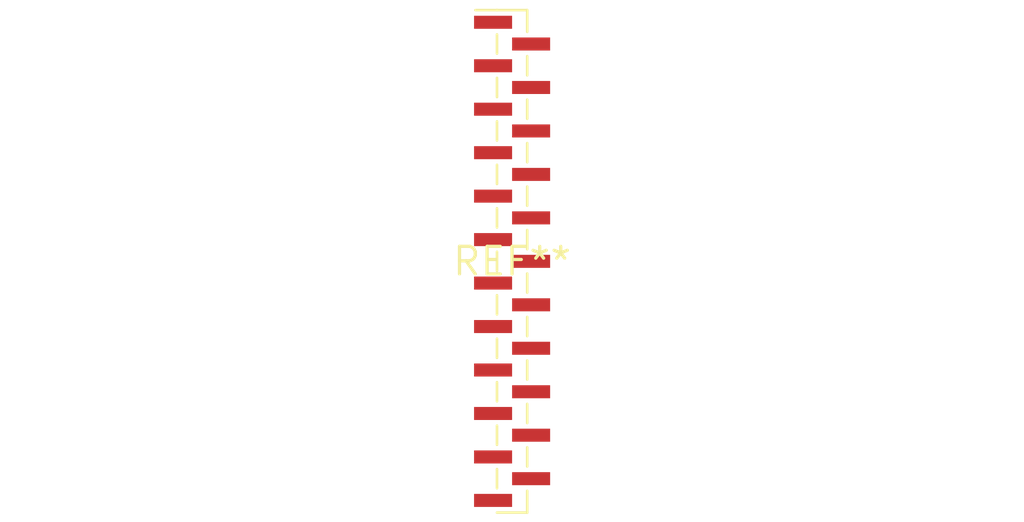
<source format=kicad_pcb>
(kicad_pcb (version 20240108) (generator pcbnew)
  (layers (0 "F.Cu" signal) (31 "B.Cu" signal) (34 "B.Paste" user) (35 "F.Paste" user) (36 "B.SilkS" user "B.Silkscreen") (37 "F.SilkS" user "F.Silkscreen") (38 "B.Mask" user) (39 "F.Mask" user) (44 "Edge.Cuts" user))
  (net 0 "")
  (footprint "PinHeader_1x23_P1.00mm_Vertical_SMD_Pin1Left" (layer "F.Cu") (at 0 0)
    (property "Reference" "REF**")
    (property "Value" "PinHeader_1x23_P1.00mm_Vertical_SMD_Pin1Left")
    (fp_line (start -0.695 -11.56) (end -1.69 -11.56) (layer "F.SilkS") (stroke (width 0.12)))
    (fp_line (start -0.695 -11.56) (end -0.695 -11.56) (layer "F.SilkS") (stroke (width 0.12)))
    (fp_line (start -0.695 -11.56) (end 0.695 -11.56) (layer "F.SilkS") (stroke (width 0.12)))
    (fp_line (start -0.695 -10.44) (end -0.695 -9.56) (layer "F.SilkS") (stroke (width 0.12)))
    (fp_line (start -0.695 -8.44) (end -0.695 -7.56) (layer "F.SilkS") (stroke (width 0.12)))
    (fp_line (start -0.695 -6.44) (end -0.695 -5.56) (layer "F.SilkS") (stroke (width 0.12)))
    (fp_line (start -0.695 -4.44) (end -0.695 -3.56) (layer "F.SilkS") (stroke (width 0.12)))
    (fp_line (start -0.695 -2.44) (end -0.695 -1.56) (layer "F.SilkS") (stroke (width 0.12)))
    (fp_line (start -0.695 -0.44) (end -0.695 0.44) (layer "F.SilkS") (stroke (width 0.12)))
    (fp_line (start -0.695 1.56) (end -0.695 2.44) (layer "F.SilkS") (stroke (width 0.12)))
    (fp_line (start -0.695 3.56) (end -0.695 4.44) (layer "F.SilkS") (stroke (width 0.12)))
    (fp_line (start -0.695 5.56) (end -0.695 6.44) (layer "F.SilkS") (stroke (width 0.12)))
    (fp_line (start -0.695 7.56) (end -0.695 8.44) (layer "F.SilkS") (stroke (width 0.12)))
    (fp_line (start -0.695 9.56) (end -0.695 10.44) (layer "F.SilkS") (stroke (width 0.12)))
    (fp_line (start -0.695 11.56) (end 0.695 11.56) (layer "F.SilkS") (stroke (width 0.12)))
    (fp_line (start 0.695 -11.56) (end 0.695 -10.56) (layer "F.SilkS") (stroke (width 0.12)))
    (fp_line (start 0.695 -9.44) (end 0.695 -8.56) (layer "F.SilkS") (stroke (width 0.12)))
    (fp_line (start 0.695 -7.44) (end 0.695 -6.56) (layer "F.SilkS") (stroke (width 0.12)))
    (fp_line (start 0.695 -5.44) (end 0.695 -4.56) (layer "F.SilkS") (stroke (width 0.12)))
    (fp_line (start 0.695 -3.44) (end 0.695 -2.56) (layer "F.SilkS") (stroke (width 0.12)))
    (fp_line (start 0.695 -1.44) (end 0.695 -0.56) (layer "F.SilkS") (stroke (width 0.12)))
    (fp_line (start 0.695 0.56) (end 0.695 1.44) (layer "F.SilkS") (stroke (width 0.12)))
    (fp_line (start 0.695 2.56) (end 0.695 3.44) (layer "F.SilkS") (stroke (width 0.12)))
    (fp_line (start 0.695 4.56) (end 0.695 5.44) (layer "F.SilkS") (stroke (width 0.12)))
    (fp_line (start 0.695 6.56) (end 0.695 7.44) (layer "F.SilkS") (stroke (width 0.12)))
    (fp_line (start 0.695 8.56) (end 0.695 9.44) (layer "F.SilkS") (stroke (width 0.12)))
    (fp_line (start 0.695 10.56) (end 0.695 11.56) (layer "F.SilkS") (stroke (width 0.12)))
    (fp_line (start 0.695 11.56) (end 0.695 11.56) (layer "F.SilkS") (stroke (width 0.12)))
    (pad "1" smd rect (at -0.875 -11) (size 1.75 0.6) (layers "F.Cu" "F.Paste" "F.Mask"))
    (pad "2" smd rect (at 0.875 -10) (size 1.75 0.6) (layers "F.Cu" "F.Paste" "F.Mask"))
    (pad "3" smd rect (at -0.875 -9) (size 1.75 0.6) (layers "F.Cu" "F.Paste" "F.Mask"))
    (pad "4" smd rect (at 0.875 -8) (size 1.75 0.6) (layers "F.Cu" "F.Paste" "F.Mask"))
    (pad "5" smd rect (at -0.875 -7) (size 1.75 0.6) (layers "F.Cu" "F.Paste" "F.Mask"))
    (pad "6" smd rect (at 0.875 -6) (size 1.75 0.6) (layers "F.Cu" "F.Paste" "F.Mask"))
    (pad "7" smd rect (at -0.875 -5) (size 1.75 0.6) (layers "F.Cu" "F.Paste" "F.Mask"))
    (pad "8" smd rect (at 0.875 -4) (size 1.75 0.6) (layers "F.Cu" "F.Paste" "F.Mask"))
    (pad "9" smd rect (at -0.875 -3) (size 1.75 0.6) (layers "F.Cu" "F.Paste" "F.Mask"))
    (pad "10" smd rect (at 0.875 -2) (size 1.75 0.6) (layers "F.Cu" "F.Paste" "F.Mask"))
    (pad "11" smd rect (at -0.875 -1) (size 1.75 0.6) (layers "F.Cu" "F.Paste" "F.Mask"))
    (pad "12" smd rect (at 0.875 0) (size 1.75 0.6) (layers "F.Cu" "F.Paste" "F.Mask"))
    (pad "13" smd rect (at -0.875 1) (size 1.75 0.6) (layers "F.Cu" "F.Paste" "F.Mask"))
    (pad "14" smd rect (at 0.875 2) (size 1.75 0.6) (layers "F.Cu" "F.Paste" "F.Mask"))
    (pad "15" smd rect (at -0.875 3) (size 1.75 0.6) (layers "F.Cu" "F.Paste" "F.Mask"))
    (pad "16" smd rect (at 0.875 4) (size 1.75 0.6) (layers "F.Cu" "F.Paste" "F.Mask"))
    (pad "17" smd rect (at -0.875 5) (size 1.75 0.6) (layers "F.Cu" "F.Paste" "F.Mask"))
    (pad "18" smd rect (at 0.875 6) (size 1.75 0.6) (layers "F.Cu" "F.Paste" "F.Mask"))
    (pad "19" smd rect (at -0.875 7) (size 1.75 0.6) (layers "F.Cu" "F.Paste" "F.Mask"))
    (pad "20" smd rect (at 0.875 8) (size 1.75 0.6) (layers "F.Cu" "F.Paste" "F.Mask"))
    (pad "21" smd rect (at -0.875 9) (size 1.75 0.6) (layers "F.Cu" "F.Paste" "F.Mask"))
    (pad "22" smd rect (at 0.875 10) (size 1.75 0.6) (layers "F.Cu" "F.Paste" "F.Mask"))
    (pad "23" smd rect (at -0.875 11) (size 1.75 0.6) (layers "F.Cu" "F.Paste" "F.Mask"))
  )
)
</source>
